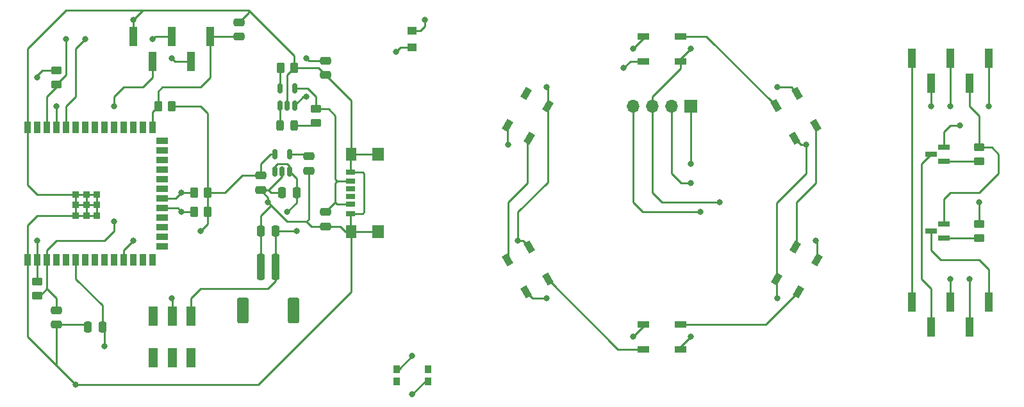
<source format=gbr>
%TF.GenerationSoftware,KiCad,Pcbnew,7.0.10*%
%TF.CreationDate,2024-02-12T11:39:43+01:00*%
%TF.ProjectId,EntangledHearts,456e7461-6e67-46c6-9564-486561727473,rev?*%
%TF.SameCoordinates,Original*%
%TF.FileFunction,Copper,L1,Top*%
%TF.FilePolarity,Positive*%
%FSLAX46Y46*%
G04 Gerber Fmt 4.6, Leading zero omitted, Abs format (unit mm)*
G04 Created by KiCad (PCBNEW 7.0.10) date 2024-02-12 11:39:43*
%MOMM*%
%LPD*%
G01*
G04 APERTURE LIST*
G04 Aperture macros list*
%AMRoundRect*
0 Rectangle with rounded corners*
0 $1 Rounding radius*
0 $2 $3 $4 $5 $6 $7 $8 $9 X,Y pos of 4 corners*
0 Add a 4 corners polygon primitive as box body*
4,1,4,$2,$3,$4,$5,$6,$7,$8,$9,$2,$3,0*
0 Add four circle primitives for the rounded corners*
1,1,$1+$1,$2,$3*
1,1,$1+$1,$4,$5*
1,1,$1+$1,$6,$7*
1,1,$1+$1,$8,$9*
0 Add four rect primitives between the rounded corners*
20,1,$1+$1,$2,$3,$4,$5,0*
20,1,$1+$1,$4,$5,$6,$7,0*
20,1,$1+$1,$6,$7,$8,$9,0*
20,1,$1+$1,$8,$9,$2,$3,0*%
%AMRotRect*
0 Rectangle, with rotation*
0 The origin of the aperture is its center*
0 $1 length*
0 $2 width*
0 $3 Rotation angle, in degrees counterclockwise*
0 Add horizontal line*
21,1,$1,$2,0,0,$3*%
G04 Aperture macros list end*
%TA.AperFunction,SMDPad,CuDef*%
%ADD10R,1.500000X0.900000*%
%TD*%
%TA.AperFunction,SMDPad,CuDef*%
%ADD11R,0.900000X1.500000*%
%TD*%
%TA.AperFunction,SMDPad,CuDef*%
%ADD12R,0.900000X0.900000*%
%TD*%
%TA.AperFunction,SMDPad,CuDef*%
%ADD13RoundRect,0.250000X-0.250000X-1.500000X0.250000X-1.500000X0.250000X1.500000X-0.250000X1.500000X0*%
%TD*%
%TA.AperFunction,SMDPad,CuDef*%
%ADD14RoundRect,0.250001X-0.499999X-1.449999X0.499999X-1.449999X0.499999X1.449999X-0.499999X1.449999X0*%
%TD*%
%TA.AperFunction,SMDPad,CuDef*%
%ADD15RoundRect,0.250000X0.475000X-0.250000X0.475000X0.250000X-0.475000X0.250000X-0.475000X-0.250000X0*%
%TD*%
%TA.AperFunction,SMDPad,CuDef*%
%ADD16R,1.550000X0.650000*%
%TD*%
%TA.AperFunction,SMDPad,CuDef*%
%ADD17RoundRect,0.150000X0.150000X-0.512500X0.150000X0.512500X-0.150000X0.512500X-0.150000X-0.512500X0*%
%TD*%
%TA.AperFunction,SMDPad,CuDef*%
%ADD18RoundRect,0.250000X-0.262500X-0.450000X0.262500X-0.450000X0.262500X0.450000X-0.262500X0.450000X0*%
%TD*%
%TA.AperFunction,SMDPad,CuDef*%
%ADD19R,0.900000X1.000000*%
%TD*%
%TA.AperFunction,SMDPad,CuDef*%
%ADD20RoundRect,0.250000X0.450000X-0.262500X0.450000X0.262500X-0.450000X0.262500X-0.450000X-0.262500X0*%
%TD*%
%TA.AperFunction,SMDPad,CuDef*%
%ADD21RoundRect,0.250000X0.250000X0.475000X-0.250000X0.475000X-0.250000X-0.475000X0.250000X-0.475000X0*%
%TD*%
%TA.AperFunction,SMDPad,CuDef*%
%ADD22RoundRect,0.250000X-0.450000X0.262500X-0.450000X-0.262500X0.450000X-0.262500X0.450000X0.262500X0*%
%TD*%
%TA.AperFunction,SMDPad,CuDef*%
%ADD23R,1.200000X0.700000*%
%TD*%
%TA.AperFunction,SMDPad,CuDef*%
%ADD24R,1.200000X0.760000*%
%TD*%
%TA.AperFunction,SMDPad,CuDef*%
%ADD25R,1.200000X0.800000*%
%TD*%
%TA.AperFunction,SMDPad,CuDef*%
%ADD26R,1.350000X1.800000*%
%TD*%
%TA.AperFunction,SMDPad,CuDef*%
%ADD27R,1.500000X1.800000*%
%TD*%
%TA.AperFunction,SMDPad,CuDef*%
%ADD28RoundRect,0.250000X-0.475000X0.250000X-0.475000X-0.250000X0.475000X-0.250000X0.475000X0.250000X0*%
%TD*%
%TA.AperFunction,SMDPad,CuDef*%
%ADD29R,1.000000X2.510000*%
%TD*%
%TA.AperFunction,SMDPad,CuDef*%
%ADD30RotRect,1.500000X0.900000X120.000000*%
%TD*%
%TA.AperFunction,ComponentPad*%
%ADD31R,1.700000X1.700000*%
%TD*%
%TA.AperFunction,ComponentPad*%
%ADD32O,1.700000X1.700000*%
%TD*%
%TA.AperFunction,SMDPad,CuDef*%
%ADD33RotRect,1.500000X0.900000X60.000000*%
%TD*%
%TA.AperFunction,SMDPad,CuDef*%
%ADD34R,1.250000X1.000000*%
%TD*%
%TA.AperFunction,SMDPad,CuDef*%
%ADD35RotRect,1.500000X0.900000X240.000000*%
%TD*%
%TA.AperFunction,SMDPad,CuDef*%
%ADD36R,1.200000X2.500000*%
%TD*%
%TA.AperFunction,SMDPad,CuDef*%
%ADD37RoundRect,0.243750X-0.243750X-0.456250X0.243750X-0.456250X0.243750X0.456250X-0.243750X0.456250X0*%
%TD*%
%TA.AperFunction,SMDPad,CuDef*%
%ADD38RotRect,1.500000X0.900000X300.000000*%
%TD*%
%TA.AperFunction,ViaPad*%
%ADD39C,0.800000*%
%TD*%
%TA.AperFunction,Conductor*%
%ADD40C,0.250000*%
%TD*%
G04 APERTURE END LIST*
D10*
%TO.P,D4,1,VDD*%
%TO.N,VCC_Top*%
X165190000Y-119000000D03*
%TO.P,D4,2,DOUT*%
%TO.N,Net-(D4-DOUT)*%
X165190000Y-122300000D03*
%TO.P,D4,3,VSS*%
%TO.N,GND_Top*%
X170090000Y-122300000D03*
%TO.P,D4,4,DIN*%
%TO.N,Net-(D3-DOUT)*%
X170090000Y-119000000D03*
%TD*%
D11*
%TO.P,ESP1,1,GND*%
%TO.N,GND*%
X83820000Y-110490000D03*
%TO.P,ESP1,2,3V3*%
%TO.N,+3.3V*%
X85090000Y-110490000D03*
%TO.P,ESP1,3,EN*%
%TO.N,EN*%
X86360000Y-110490000D03*
%TO.P,ESP1,4,GPIO4/TOUCH4/ADC1_CH3*%
%TO.N,unconnected-(ESP1-GPIO4{slash}TOUCH4{slash}ADC1_CH3-Pad4)*%
X87630000Y-110490000D03*
%TO.P,ESP1,5,GPIO5/TOUCH5/ADC1_CH4*%
%TO.N,unconnected-(ESP1-GPIO5{slash}TOUCH5{slash}ADC1_CH4-Pad5)*%
X88900000Y-110490000D03*
%TO.P,ESP1,6,GPIO6/TOUCH6/ADC1_CH5*%
%TO.N,Button*%
X90170000Y-110490000D03*
%TO.P,ESP1,7,GPIO7/TOUCH7/ADC1_CH6*%
%TO.N,unconnected-(ESP1-GPIO7{slash}TOUCH7{slash}ADC1_CH6-Pad7)*%
X91440000Y-110490000D03*
%TO.P,ESP1,8,GPIO15/U0RTS/ADC2_CH4/XTAL_32K_P*%
%TO.N,unconnected-(ESP1-GPIO15{slash}U0RTS{slash}ADC2_CH4{slash}XTAL_32K_P-Pad8)*%
X92710000Y-110490000D03*
%TO.P,ESP1,9,GPIO16/U0CTS/ADC2_CH5/XTAL_32K_N*%
%TO.N,unconnected-(ESP1-GPIO16{slash}U0CTS{slash}ADC2_CH5{slash}XTAL_32K_N-Pad9)*%
X93980000Y-110490000D03*
%TO.P,ESP1,10,GPIO17/U1TXD/ADC2_CH6*%
%TO.N,unconnected-(ESP1-GPIO17{slash}U1TXD{slash}ADC2_CH6-Pad10)*%
X95250000Y-110490000D03*
%TO.P,ESP1,11,GPIO18/U1RXD/ADC2_CH7/CLK_OUT3*%
%TO.N,NeoPixel_Bottom*%
X96520000Y-110490000D03*
%TO.P,ESP1,12,GPIO8/TOUCH8/ADC1_CH7/SUBSPICS1*%
%TO.N,unconnected-(ESP1-GPIO8{slash}TOUCH8{slash}ADC1_CH7{slash}SUBSPICS1-Pad12)*%
X97790000Y-110490000D03*
%TO.P,ESP1,13,GPIO19/U1RTS/ADC2_CH8/CLK_OUT2/USB_D-*%
%TO.N,unconnected-(ESP1-GPIO19{slash}U1RTS{slash}ADC2_CH8{slash}CLK_OUT2{slash}USB_D--Pad13)*%
X99060000Y-110490000D03*
%TO.P,ESP1,14,GPIO20/U1CTS/ADC2_CH9/CLK_OUT1/USB_D+*%
%TO.N,unconnected-(ESP1-GPIO20{slash}U1CTS{slash}ADC2_CH9{slash}CLK_OUT1{slash}USB_D+-Pad14)*%
X100330000Y-110490000D03*
D10*
%TO.P,ESP1,15,GPIO3/TOUCH3/ADC1_CH2*%
%TO.N,unconnected-(ESP1-GPIO3{slash}TOUCH3{slash}ADC1_CH2-Pad15)*%
X101580000Y-108725000D03*
%TO.P,ESP1,16,GPIO46*%
%TO.N,unconnected-(ESP1-GPIO46-Pad16)*%
X101580000Y-107455000D03*
%TO.P,ESP1,17,GPIO9/TOUCH9/ADC1_CH8/FSPIHD/SUBSPIHD*%
%TO.N,unconnected-(ESP1-GPIO9{slash}TOUCH9{slash}ADC1_CH8{slash}FSPIHD{slash}SUBSPIHD-Pad17)*%
X101580000Y-106185000D03*
%TO.P,ESP1,18,GPIO10/TOUCH10/ADC1_CH9/FSPICS0/FSPIIO4/SUBSPICS0*%
%TO.N,unconnected-(ESP1-GPIO10{slash}TOUCH10{slash}ADC1_CH9{slash}FSPICS0{slash}FSPIIO4{slash}SUBSPICS0-Pad18)*%
X101580000Y-104915000D03*
%TO.P,ESP1,19,GPIO11/TOUCH11/ADC2_CH0/FSPID/FSPIIO5/SUBSPID*%
%TO.N,SDA_Bottom*%
X101580000Y-103645000D03*
%TO.P,ESP1,20,GPIO12/TOUCH12/ADC2_CH1/FSPICLK/FSPIIO6/SUBSPICLK*%
%TO.N,SCL_Bottom*%
X101580000Y-102375000D03*
%TO.P,ESP1,21,GPIO13/TOUCH13/ADC2_CH2/FSPIQ/FSPIIO7/SUBSPIQ*%
%TO.N,unconnected-(ESP1-GPIO13{slash}TOUCH13{slash}ADC2_CH2{slash}FSPIQ{slash}FSPIIO7{slash}SUBSPIQ-Pad21)*%
X101580000Y-101105000D03*
%TO.P,ESP1,22,GPIO14/TOUCH14/ADC2_CH3/FSPIWP/FSPIDQS/SUBSPIWP*%
%TO.N,unconnected-(ESP1-GPIO14{slash}TOUCH14{slash}ADC2_CH3{slash}FSPIWP{slash}FSPIDQS{slash}SUBSPIWP-Pad22)*%
X101580000Y-99835000D03*
%TO.P,ESP1,23,GPIO21*%
%TO.N,unconnected-(ESP1-GPIO21-Pad23)*%
X101580000Y-98565000D03*
%TO.P,ESP1,24,GPIO47/SPICLK_P/SUBSPICLK_P_DIFF*%
%TO.N,unconnected-(ESP1-GPIO47{slash}SPICLK_P{slash}SUBSPICLK_P_DIFF-Pad24)*%
X101580000Y-97295000D03*
%TO.P,ESP1,25,GPIO48/SPICLK_N/SUBSPICLK_N_DIFF*%
%TO.N,unconnected-(ESP1-GPIO48{slash}SPICLK_N{slash}SUBSPICLK_N_DIFF-Pad25)*%
X101580000Y-96025000D03*
%TO.P,ESP1,26,GPIO45*%
%TO.N,unconnected-(ESP1-GPIO45-Pad26)*%
X101580000Y-94755000D03*
D11*
%TO.P,ESP1,27,GPIO0/BOOT*%
%TO.N,Boot*%
X100330000Y-92990000D03*
%TO.P,ESP1,28,SPIIO6/GPIO35/FSPID/SUBSPID*%
%TO.N,unconnected-(ESP1-SPIIO6{slash}GPIO35{slash}FSPID{slash}SUBSPID-Pad28)*%
X99060000Y-92990000D03*
%TO.P,ESP1,29,SPIIO7/GPIO36/FSPICLK/SUBSPICLK*%
%TO.N,unconnected-(ESP1-SPIIO7{slash}GPIO36{slash}FSPICLK{slash}SUBSPICLK-Pad29)*%
X97790000Y-92990000D03*
%TO.P,ESP1,30,SPIDQS/GPIO37/FSPIQ/SUBSPIQ*%
%TO.N,unconnected-(ESP1-SPIDQS{slash}GPIO37{slash}FSPIQ{slash}SUBSPIQ-Pad30)*%
X96520000Y-92990000D03*
%TO.P,ESP1,31,GPIO38/FSPIWP/SUBSPIWP*%
%TO.N,unconnected-(ESP1-GPIO38{slash}FSPIWP{slash}SUBSPIWP-Pad31)*%
X95250000Y-92990000D03*
%TO.P,ESP1,32,MTCK/GPIO39/CLK_OUT3/SUBSPICS1*%
%TO.N,unconnected-(ESP1-MTCK{slash}GPIO39{slash}CLK_OUT3{slash}SUBSPICS1-Pad32)*%
X93980000Y-92990000D03*
%TO.P,ESP1,33,MTDO/GPIO40/CLK_OUT2*%
%TO.N,unconnected-(ESP1-MTDO{slash}GPIO40{slash}CLK_OUT2-Pad33)*%
X92710000Y-92990000D03*
%TO.P,ESP1,34,MTDI/GPIO41/CLK_OUT1*%
%TO.N,unconnected-(ESP1-MTDI{slash}GPIO41{slash}CLK_OUT1-Pad34)*%
X91440000Y-92990000D03*
%TO.P,ESP1,35,MTMS/GPIO42*%
%TO.N,unconnected-(ESP1-MTMS{slash}GPIO42-Pad35)*%
X90170000Y-92990000D03*
%TO.P,ESP1,36,U0RXD/GPIO44/CLK_OUT2*%
%TO.N,TXD*%
X88900000Y-92990000D03*
%TO.P,ESP1,37,U0TXD/GPIO43/CLK_OUT1*%
%TO.N,RXD*%
X87630000Y-92990000D03*
%TO.P,ESP1,38,GPIO2/TOUCH2/ADC1_CH1*%
%TO.N,Photo*%
X86360000Y-92990000D03*
%TO.P,ESP1,39,GPIO1/TOUCH1/ADC1_CH0*%
%TO.N,unconnected-(ESP1-GPIO1{slash}TOUCH1{slash}ADC1_CH0-Pad39)*%
X85090000Y-92990000D03*
%TO.P,ESP1,40,GND*%
%TO.N,GND*%
X83820000Y-92990000D03*
D12*
%TO.P,ESP1,41,GND*%
X90140000Y-104640000D03*
X91540000Y-104640000D03*
X92940000Y-104640000D03*
X92940000Y-104640000D03*
X90140000Y-103240000D03*
X90140000Y-103240000D03*
X91540000Y-103240000D03*
X92940000Y-103240000D03*
X90140000Y-101840000D03*
X91540000Y-101840000D03*
X92940000Y-101840000D03*
%TD*%
D13*
%TO.P,BatteryConnector1,1,Pin_1*%
%TO.N,GND*%
X114570000Y-111450000D03*
%TO.P,BatteryConnector1,2,Pin_2*%
%TO.N,Net-(BM1-V_{BAT})*%
X116570000Y-111450000D03*
D14*
%TO.P,BatteryConnector1,MP*%
%TO.N,N/C*%
X112220000Y-117200000D03*
X118920000Y-117200000D03*
%TD*%
D15*
%TO.P,C_EN1,1*%
%TO.N,GND*%
X87630000Y-119060000D03*
%TO.P,C_EN1,2*%
%TO.N,EN*%
X87630000Y-117160000D03*
%TD*%
D16*
%TO.P,Q_BOOT1,1,G*%
%TO.N,Net-(Q_BOOT1-G)*%
X204900000Y-107640000D03*
%TO.P,Q_BOOT1,2,S*%
%TO.N,Net-(Q_BOOT1-S)*%
X204900000Y-105720000D03*
%TO.P,Q_BOOT1,3,D*%
%TO.N,Net-(Q_BOOT1-D)*%
X203200000Y-106680000D03*
%TD*%
D17*
%TO.P,PM1,1,VIN*%
%TO.N,+4V*%
X116485000Y-98795000D03*
%TO.P,PM1,2,GND*%
%TO.N,GND*%
X117435000Y-98795000D03*
%TO.P,PM1,3,~{SHDN}*%
%TO.N,+4V*%
X118385000Y-98795000D03*
%TO.P,PM1,4,Bypass*%
%TO.N,Net-(PM1-Bypass)*%
X118385000Y-96520000D03*
%TO.P,PM1,5,VOUT*%
%TO.N,+3.3V*%
X116485000Y-96520000D03*
%TD*%
D18*
%TO.P,PU_SCL1,1*%
%TO.N,SCL_Bottom*%
X105767500Y-101600000D03*
%TO.P,PU_SCL1,2*%
%TO.N,+3.3V*%
X107592500Y-101600000D03*
%TD*%
D19*
%TO.P,Button1,1,1*%
%TO.N,unconnected-(Button1-Pad1)*%
X132570000Y-126530000D03*
%TO.P,Button1,2,2*%
%TO.N,Net-(Button1-Pad2)*%
X136670000Y-126530000D03*
%TO.P,Button1,3,3*%
%TO.N,unconnected-(Button1-Pad3)*%
X136670000Y-124930000D03*
%TO.P,Button1,4,4*%
%TO.N,Net-(Button1-Pad4)*%
X132570000Y-124930000D03*
%TD*%
D16*
%TO.P,Q_EN1,1,G*%
%TO.N,Net-(Q_EN1-G)*%
X204900000Y-97480000D03*
%TO.P,Q_EN1,2,S*%
%TO.N,Net-(Q_EN1-S)*%
X204900000Y-95560000D03*
%TO.P,Q_EN1,3,D*%
%TO.N,Net-(Q_EN1-D)*%
X203200000Y-96520000D03*
%TD*%
D20*
%TO.P,PU_Photo1,1*%
%TO.N,Photo*%
X87630000Y-87272500D03*
%TO.P,PU_Photo1,2*%
%TO.N,+3.3V*%
X87630000Y-85447500D03*
%TD*%
D17*
%TO.P,BM1,1,STAT*%
%TO.N,Net-(BM1-STAT)*%
X117160000Y-90037500D03*
%TO.P,BM1,2,V_{SS}*%
%TO.N,GND*%
X118110000Y-90037500D03*
%TO.P,BM1,3,V_{BAT}*%
%TO.N,Net-(BM1-V_{BAT})*%
X119060000Y-90037500D03*
%TO.P,BM1,4,V_{DD}*%
%TO.N,Net-(BM1-V_{DD})*%
X119060000Y-87762500D03*
%TO.P,BM1,5,PROG*%
%TO.N,Net-(BM1-PROG)*%
X117160000Y-87762500D03*
%TD*%
D18*
%TO.P,PU_SDA1,1*%
%TO.N,SDA_Bottom*%
X105767500Y-104140000D03*
%TO.P,PU_SDA1,2*%
%TO.N,+3.3V*%
X107592500Y-104140000D03*
%TD*%
D21*
%TO.P,C_Button1,1*%
%TO.N,Button*%
X93660000Y-119380000D03*
%TO.P,C_Button1,2*%
%TO.N,GND*%
X91760000Y-119380000D03*
%TD*%
D22*
%TO.P,R_DTR1,1*%
%TO.N,Net-(Q_EN1-S)*%
X209550000Y-105767500D03*
%TO.P,R_DTR1,2*%
%TO.N,Net-(Q_BOOT1-G)*%
X209550000Y-107592500D03*
%TD*%
D21*
%TO.P,CP3,1*%
%TO.N,Net-(BM1-V_{BAT})*%
X116520000Y-106680000D03*
%TO.P,CP3,2*%
%TO.N,GND*%
X114620000Y-106680000D03*
%TD*%
D18*
%TO.P,PD_Prog1,1*%
%TO.N,Net-(BM1-PROG)*%
X117197500Y-85090000D03*
%TO.P,PD_Prog1,2*%
%TO.N,GND*%
X119022500Y-85090000D03*
%TD*%
D23*
%TO.P,USB1,A5,A5*%
%TO.N,unconnected-(USB1-PadA5)*%
X126485000Y-102100000D03*
D24*
%TO.P,USB1,A9,A9*%
%TO.N,Net-(BM1-V_{DD})*%
X126485000Y-100080000D03*
D25*
%TO.P,USB1,A12,A12*%
%TO.N,GND*%
X126485000Y-98850000D03*
D23*
%TO.P,USB1,B5,B5*%
%TO.N,unconnected-(USB1-PadB5)*%
X126485000Y-101100000D03*
D24*
%TO.P,USB1,B9,B9*%
%TO.N,Net-(BM1-V_{DD})*%
X126485000Y-103120000D03*
D25*
%TO.P,USB1,B12,B12*%
%TO.N,GND*%
X126485000Y-104350000D03*
D26*
%TO.P,USB1,MP1,MP1*%
X126560000Y-106725000D03*
%TO.P,USB1,MP2,MP2*%
X126560000Y-96475000D03*
D27*
%TO.P,USB1,MP3,MP3*%
X130140000Y-106725000D03*
%TO.P,USB1,MP4,MP4*%
X130140000Y-96475000D03*
%TD*%
D20*
%TO.P,PU_EN1,1*%
%TO.N,EN*%
X85090000Y-115212500D03*
%TO.P,PU_EN1,2*%
%TO.N,+3.3V*%
X85090000Y-113387500D03*
%TD*%
D22*
%TO.P,R_RTS1,1*%
%TO.N,Net-(Q_BOOT1-S)*%
X209550000Y-95607500D03*
%TO.P,R_RTS1,2*%
%TO.N,Net-(Q_EN1-G)*%
X209550000Y-97432500D03*
%TD*%
D28*
%TO.P,CP_CP1,1*%
%TO.N,Net-(BM1-V_{DD})*%
X123190000Y-104140000D03*
%TO.P,CP_CP1,2*%
%TO.N,GND*%
X123190000Y-106040000D03*
%TD*%
D29*
%TO.P,Seriell_Output1,1,Pin_1*%
%TO.N,Net-(Q_BOOT1-D)*%
X210820000Y-116070000D03*
%TO.P,Seriell_Output1,2,Pin_2*%
%TO.N,Net-(Seriell_Input1-Pin_3)*%
X208280000Y-119380000D03*
%TO.P,Seriell_Output1,3,Pin_3*%
%TO.N,Net-(Seriell_Input1-Pin_4)*%
X205740000Y-116070000D03*
%TO.P,Seriell_Output1,4,Pin_4*%
%TO.N,Net-(Q_EN1-D)*%
X203200000Y-119380000D03*
%TO.P,Seriell_Output1,5,Pin_5*%
%TO.N,Net-(Seriell_Input1-Pin_5)*%
X200660000Y-116070000D03*
%TD*%
D18*
%TO.P,PU_Boot1,1*%
%TO.N,Boot*%
X101045000Y-90170000D03*
%TO.P,PU_Boot1,2*%
%TO.N,+3.3V*%
X102870000Y-90170000D03*
%TD*%
D30*
%TO.P,D2,1,VDD*%
%TO.N,VCC_Top*%
X185102116Y-94360000D03*
%TO.P,D2,2,DOUT*%
%TO.N,Net-(D2-DOUT)*%
X187960000Y-92710000D03*
%TO.P,D2,3,VSS*%
%TO.N,GND_Top*%
X185510000Y-88466476D03*
%TO.P,D2,4,DIN*%
%TO.N,Net-(D1-DOUT)*%
X182652116Y-90116476D03*
%TD*%
D31*
%TO.P,Display1,1,Pin_1*%
%TO.N,SDA_Top*%
X171450000Y-90170000D03*
D32*
%TO.P,Display1,2,Pin_2*%
%TO.N,SCL_Top*%
X168910000Y-90170000D03*
%TO.P,Display1,3,Pin_3*%
%TO.N,VCC_Top*%
X166370000Y-90170000D03*
%TO.P,Display1,4,Pin_4*%
%TO.N,GND_Top*%
X163830000Y-90170000D03*
%TD*%
D21*
%TO.P,CP6,1*%
%TO.N,+4V*%
X119335000Y-101555000D03*
%TO.P,CP6,2*%
%TO.N,GND*%
X117435000Y-101555000D03*
%TD*%
D29*
%TO.P,Seriell_Flash1,1,Pin_1*%
%TO.N,Boot*%
X107950000Y-80895000D03*
%TO.P,Seriell_Flash1,2,Pin_2*%
%TO.N,RXD*%
X105410000Y-84205000D03*
%TO.P,Seriell_Flash1,3,Pin_3*%
%TO.N,TXD*%
X102870000Y-80895000D03*
%TO.P,Seriell_Flash1,4,Pin_4*%
%TO.N,EN*%
X100330000Y-84205000D03*
%TO.P,Seriell_Flash1,5,Pin_5*%
%TO.N,GND*%
X97790000Y-80895000D03*
%TD*%
D28*
%TO.P,CP4,1*%
%TO.N,Net-(PM1-Bypass)*%
X120925000Y-96795000D03*
%TO.P,CP4,2*%
%TO.N,GND*%
X120925000Y-98695000D03*
%TD*%
D33*
%TO.P,D3,1,VDD*%
%TO.N,VCC_Top*%
X182766058Y-113056762D03*
%TO.P,D3,2,DOUT*%
%TO.N,Net-(D3-DOUT)*%
X185623942Y-114706762D03*
%TO.P,D3,3,VSS*%
%TO.N,GND_Top*%
X188073942Y-110463238D03*
%TO.P,D3,4,DIN*%
%TO.N,Net-(D2-DOUT)*%
X185216058Y-108813238D03*
%TD*%
D28*
%TO.P,C_Boot1,1*%
%TO.N,GND*%
X111760000Y-79060000D03*
%TO.P,C_Boot1,2*%
%TO.N,Boot*%
X111760000Y-80960000D03*
%TD*%
D29*
%TO.P,Seriell_Input1,1,Pin_1*%
%TO.N,Net-(Q_EN1-S)*%
X210820000Y-83820000D03*
%TO.P,Seriell_Input1,2,Pin_2*%
%TO.N,Net-(Q_BOOT1-S)*%
X208280000Y-87130000D03*
%TO.P,Seriell_Input1,3,Pin_3*%
%TO.N,Net-(Seriell_Input1-Pin_3)*%
X205740000Y-83820000D03*
%TO.P,Seriell_Input1,4,Pin_4*%
%TO.N,Net-(Seriell_Input1-Pin_4)*%
X203200000Y-87130000D03*
%TO.P,Seriell_Input1,5,Pin_5*%
%TO.N,Net-(Seriell_Input1-Pin_5)*%
X200660000Y-83820000D03*
%TD*%
D22*
%TO.P,R_LED1,1*%
%TO.N,Net-(BM1-V_{DD})*%
X121920000Y-90527500D03*
%TO.P,R_LED1,2*%
%TO.N,Net-(LED1-A)*%
X121920000Y-92352500D03*
%TD*%
D34*
%TO.P,Photo1,1,E*%
%TO.N,Net-(Photo1-E)*%
X134620000Y-82380000D03*
%TO.P,Photo1,2,C*%
%TO.N,Net-(Photo1-C)*%
X134620000Y-80180000D03*
%TD*%
D35*
%TO.P,D6,1,VDD*%
%TO.N,VCC_Top*%
X152513942Y-90143238D03*
%TO.P,D6,2,DOUT*%
%TO.N,unconnected-(D6-DOUT-Pad2)*%
X149656058Y-88493238D03*
%TO.P,D6,3,VSS*%
%TO.N,GND_Top*%
X147206058Y-92736762D03*
%TO.P,D6,4,DIN*%
%TO.N,Net-(D5-DOUT)*%
X150063942Y-94386762D03*
%TD*%
D36*
%TO.P,PowerSwitch1,1,1*%
%TO.N,Net-(BM1-V_{BAT})*%
X105410000Y-117900000D03*
%TO.P,PowerSwitch1,2,2*%
%TO.N,+4V*%
X102910000Y-117900000D03*
%TO.P,PowerSwitch1,3,3*%
%TO.N,unconnected-(PowerSwitch1-Pad3)*%
X100410000Y-117900000D03*
%TO.P,PowerSwitch1,4,4*%
%TO.N,unconnected-(PowerSwitch1-Pad4)*%
X100410000Y-123400000D03*
%TO.P,PowerSwitch1,5,5*%
%TO.N,unconnected-(PowerSwitch1-Pad5)*%
X102910000Y-123400000D03*
%TO.P,PowerSwitch1,6,6*%
%TO.N,unconnected-(PowerSwitch1-Pad6)*%
X105410000Y-123400000D03*
%TD*%
D10*
%TO.P,D1,1,VDD*%
%TO.N,VCC_Top*%
X170090000Y-84200000D03*
%TO.P,D1,2,DOUT*%
%TO.N,Net-(D1-DOUT)*%
X170090000Y-80900000D03*
%TO.P,D1,3,VSS*%
%TO.N,GND_Top*%
X165190000Y-80900000D03*
%TO.P,D1,4,DIN*%
%TO.N,Net-(D1-DIN)*%
X165190000Y-84200000D03*
%TD*%
D28*
%TO.P,CP5,1*%
%TO.N,+3.3V*%
X114575000Y-99335000D03*
%TO.P,CP5,2*%
%TO.N,GND*%
X114575000Y-101235000D03*
%TD*%
D37*
%TO.P,LED1,1,K*%
%TO.N,Net-(BM1-STAT)*%
X117172500Y-92710000D03*
%TO.P,LED1,2,A*%
%TO.N,Net-(LED1-A)*%
X119047500Y-92710000D03*
%TD*%
D28*
%TO.P,CP2,1*%
%TO.N,Net-(BM1-V_{BAT})*%
X123190000Y-84140000D03*
%TO.P,CP2,2*%
%TO.N,GND*%
X123190000Y-86040000D03*
%TD*%
D38*
%TO.P,D5,1,VDD*%
%TO.N,VCC_Top*%
X150063942Y-108813238D03*
%TO.P,D5,2,DOUT*%
%TO.N,Net-(D5-DOUT)*%
X147206058Y-110463238D03*
%TO.P,D5,3,VSS*%
%TO.N,GND_Top*%
X149656058Y-114706762D03*
%TO.P,D5,4,DIN*%
%TO.N,Net-(D4-DOUT)*%
X152513942Y-113056762D03*
%TD*%
D39*
%TO.N,GND*%
X115570000Y-102870000D03*
X90170000Y-127000000D03*
X97790000Y-78740000D03*
%TO.N,+4V*%
X102870000Y-115570000D03*
X118110000Y-104140000D03*
%TO.N,+3.3V*%
X106680000Y-106680000D03*
X85090000Y-86360000D03*
X85090000Y-107950000D03*
%TO.N,Net-(D1-DIN)*%
X162560000Y-85090000D03*
%TO.N,VCC_Top*%
X148590000Y-107950000D03*
X171450000Y-82550000D03*
X182880000Y-115570000D03*
X152400000Y-87630000D03*
X175260000Y-102870000D03*
X186690000Y-95250000D03*
X163830000Y-120650000D03*
%TO.N,GND_Top*%
X172720000Y-104140000D03*
X163830000Y-82550000D03*
X152400000Y-115570000D03*
X147320000Y-95250000D03*
X182880000Y-87630000D03*
X187960000Y-107950000D03*
X171450000Y-120650000D03*
%TO.N,Net-(Seriell_Input1-Pin_4)*%
X203200000Y-90170000D03*
X205740000Y-113030000D03*
%TO.N,Net-(Seriell_Input1-Pin_3)*%
X208280000Y-113030000D03*
X205740000Y-90170000D03*
%TO.N,Net-(BM1-V_{BAT})*%
X120650000Y-88900000D03*
X119380000Y-106680000D03*
X120650000Y-83820000D03*
%TO.N,SDA_Top*%
X171450000Y-97790000D03*
%TO.N,Button*%
X93980000Y-121920000D03*
%TO.N,EN*%
X95250000Y-105410000D03*
X95250000Y-90170000D03*
%TO.N,Photo*%
X88900000Y-81280000D03*
%TO.N,Net-(Q_EN1-S)*%
X209550000Y-102870000D03*
X207010000Y-92710000D03*
X210820000Y-90170000D03*
%TO.N,RXD*%
X102870000Y-83820000D03*
X87630000Y-90170000D03*
%TO.N,TXD*%
X91440000Y-81280000D03*
X100330000Y-81280000D03*
%TO.N,Net-(Button1-Pad4)*%
X134620000Y-123190000D03*
%TO.N,Net-(Photo1-E)*%
X132480000Y-82950000D03*
%TO.N,Net-(Photo1-C)*%
X136290000Y-78740000D03*
%TO.N,Net-(Button1-Pad2)*%
X134620000Y-128270000D03*
%TO.N,SCL_Top*%
X171450000Y-100330000D03*
%TO.N,SDA_Bottom*%
X104140000Y-104140000D03*
%TO.N,SCL_Bottom*%
X104140000Y-101600000D03*
%TO.N,NeoPixel_Bottom*%
X97790000Y-107950000D03*
%TD*%
D40*
%TO.N,GND*%
X126560000Y-96475000D02*
X126560000Y-89410000D01*
X91540000Y-101840000D02*
X91540000Y-104640000D01*
X128060000Y-104350000D02*
X126485000Y-104350000D01*
X83820000Y-92990000D02*
X83820000Y-100570000D01*
X128060000Y-98850000D02*
X128270000Y-99060000D01*
X87630000Y-124460000D02*
X90170000Y-127000000D01*
X87630000Y-124460000D02*
X83820000Y-120650000D01*
X120925000Y-105135000D02*
X120650000Y-105410000D01*
X115977499Y-101555000D02*
X117435000Y-101555000D01*
X101600000Y-77470000D02*
X99060000Y-77470000D01*
X123190000Y-106040000D02*
X121280000Y-106040000D01*
X97790000Y-78740000D02*
X97790000Y-80895000D01*
X115977499Y-103277499D02*
X115570000Y-102870000D01*
X115570000Y-102870000D02*
X115570000Y-102230000D01*
X115570000Y-102230000D02*
X114575000Y-101235000D01*
X90140000Y-101840000D02*
X92940000Y-101840000D01*
X126560000Y-106725000D02*
X130140000Y-106725000D01*
X83820000Y-92990000D02*
X83820000Y-82550000D01*
X114570000Y-111450000D02*
X114570000Y-106730000D01*
X90140000Y-104640000D02*
X90140000Y-101840000D01*
X125090000Y-106040000D02*
X125775000Y-106725000D01*
X90140000Y-103240000D02*
X92940000Y-103240000D01*
X123190000Y-86040000D02*
X126560000Y-89410000D01*
X126485000Y-98850000D02*
X126485000Y-96550000D01*
X115657499Y-101235000D02*
X114575000Y-101235000D01*
X91440000Y-119060000D02*
X91760000Y-119380000D01*
X114620000Y-104634998D02*
X115977499Y-103277499D01*
X83820000Y-82550000D02*
X88900000Y-77470000D01*
X126485000Y-98850000D02*
X128060000Y-98850000D01*
X88900000Y-77470000D02*
X101600000Y-77470000D01*
X90170000Y-127000000D02*
X114300000Y-127000000D01*
X99060000Y-77470000D02*
X97790000Y-78740000D01*
X83820000Y-110490000D02*
X83820000Y-120650000D01*
X126485000Y-104350000D02*
X126485000Y-106650000D01*
X118110000Y-105410000D02*
X115977499Y-103277499D01*
X111760000Y-79060000D02*
X113030000Y-77790000D01*
X114570000Y-106730000D02*
X114620000Y-106680000D01*
X83820000Y-110490000D02*
X83820000Y-105910000D01*
X113030000Y-77790000D02*
X113030000Y-77470000D01*
X119022500Y-85090000D02*
X122240000Y-85090000D01*
X117435000Y-98795000D02*
X117435000Y-99457499D01*
X92940000Y-104640000D02*
X92940000Y-101840000D01*
X120650000Y-105410000D02*
X118110000Y-105410000D01*
X120925000Y-98695000D02*
X120925000Y-105135000D01*
X118110000Y-90037500D02*
X118110000Y-86002500D01*
X83820000Y-100570000D02*
X85090000Y-101840000D01*
X123190000Y-106040000D02*
X125090000Y-106040000D01*
X115657499Y-101235000D02*
X115977499Y-101555000D01*
X125775000Y-106725000D02*
X126560000Y-106725000D01*
X113030000Y-77470000D02*
X101600000Y-77470000D01*
X126560000Y-114740000D02*
X126560000Y-106725000D01*
X90140000Y-104640000D02*
X92940000Y-104640000D01*
X122240000Y-85090000D02*
X123190000Y-86040000D01*
X114620000Y-106680000D02*
X114620000Y-104634998D01*
X126485000Y-96550000D02*
X126560000Y-96475000D01*
X87630000Y-119060000D02*
X87630000Y-124460000D01*
X117435000Y-99457499D02*
X115657499Y-101235000D01*
X114300000Y-127000000D02*
X126560000Y-114740000D01*
X119022500Y-85090000D02*
X119022500Y-83462500D01*
X83820000Y-105910000D02*
X85090000Y-104640000D01*
X126560000Y-96475000D02*
X130140000Y-96475000D01*
X126485000Y-106650000D02*
X126560000Y-106725000D01*
X85090000Y-104640000D02*
X90140000Y-104640000D01*
X128270000Y-99060000D02*
X128270000Y-104140000D01*
X121280000Y-106040000D02*
X120650000Y-105410000D01*
X128270000Y-104140000D02*
X128060000Y-104350000D01*
X118110000Y-86002500D02*
X119022500Y-85090000D01*
X87630000Y-119060000D02*
X91440000Y-119060000D01*
X119022500Y-83462500D02*
X113030000Y-77470000D01*
X85090000Y-101840000D02*
X90140000Y-101840000D01*
%TO.N,+4V*%
X118385000Y-98795000D02*
X119335000Y-99745000D01*
X102910000Y-117900000D02*
X102910000Y-115530000D01*
X119335000Y-102915000D02*
X118110000Y-104140000D01*
X119335000Y-99745000D02*
X119335000Y-101555000D01*
X119335000Y-101555000D02*
X119335000Y-102915000D01*
X118059999Y-97807500D02*
X118385000Y-98132501D01*
X118385000Y-98132501D02*
X118385000Y-98795000D01*
X116485000Y-98132501D02*
X116810001Y-97807500D01*
X116485000Y-98795000D02*
X116485000Y-98132501D01*
X116810001Y-97807500D02*
X118059999Y-97807500D01*
%TO.N,+3.3V*%
X115845000Y-96520000D02*
X116485000Y-96520000D01*
X107592500Y-101600000D02*
X107592500Y-104140000D01*
X107592500Y-101600000D02*
X109855000Y-101600000D01*
X85763896Y-85447500D02*
X87630000Y-85447500D01*
X107592500Y-105767500D02*
X106680000Y-106680000D01*
X85090000Y-110490000D02*
X85090000Y-113387500D01*
X107592500Y-91082500D02*
X107592500Y-101600000D01*
X102870000Y-90170000D02*
X106680000Y-90170000D01*
X85090000Y-86121396D02*
X85763896Y-85447500D01*
X85090000Y-86360000D02*
X85090000Y-86121396D01*
X114575000Y-97790000D02*
X115845000Y-96520000D01*
X106680000Y-90170000D02*
X107592500Y-91082500D01*
X112120000Y-99335000D02*
X114575000Y-99335000D01*
X107592500Y-104140000D02*
X107592500Y-105767500D01*
X109855000Y-101600000D02*
X112120000Y-99335000D01*
X85090000Y-110490000D02*
X85090000Y-107950000D01*
X114575000Y-99335000D02*
X114575000Y-97790000D01*
%TO.N,Net-(D1-DOUT)*%
X170090000Y-80900000D02*
X173435640Y-80900000D01*
X173435640Y-80900000D02*
X182652116Y-90116476D01*
%TO.N,Net-(D1-DIN)*%
X162560000Y-85090000D02*
X163450000Y-84200000D01*
X163450000Y-84200000D02*
X165190000Y-84200000D01*
%TO.N,Net-(D2-DOUT)*%
X185420000Y-102870000D02*
X185420000Y-108609296D01*
X187960000Y-100330000D02*
X185420000Y-102870000D01*
X185420000Y-108609296D02*
X185216058Y-108813238D01*
X187960000Y-92710000D02*
X187960000Y-100330000D01*
%TO.N,Net-(D3-DOUT)*%
X181330704Y-119000000D02*
X185623942Y-114706762D01*
X170090000Y-119000000D02*
X181330704Y-119000000D01*
%TO.N,Net-(D4-DOUT)*%
X165190000Y-122300000D02*
X161757180Y-122300000D01*
X161757180Y-122300000D02*
X152513942Y-113056762D01*
%TO.N,Net-(D5-DOUT)*%
X147320000Y-110349296D02*
X147320000Y-102870000D01*
X147206058Y-110463238D02*
X147320000Y-110349296D01*
X149860000Y-94590704D02*
X149860000Y-100330000D01*
X150063942Y-94386762D02*
X149860000Y-94590704D01*
X149860000Y-100330000D02*
X147320000Y-102870000D01*
%TO.N,VCC_Top*%
X185992116Y-95250000D02*
X186690000Y-95250000D01*
X186690000Y-99060000D02*
X186690000Y-95250000D01*
X182766058Y-113056762D02*
X182766058Y-115456058D01*
X170090000Y-83910000D02*
X171450000Y-82550000D01*
X152513942Y-90143238D02*
X152513942Y-100216058D01*
X185102116Y-94360000D02*
X185992116Y-95250000D01*
X152513942Y-100216058D02*
X148590000Y-104140000D01*
X165190000Y-119290000D02*
X163830000Y-120650000D01*
X182766058Y-115456058D02*
X182880000Y-115570000D01*
X170090000Y-84200000D02*
X170090000Y-83910000D01*
X170090000Y-85180000D02*
X166370000Y-88900000D01*
X149200704Y-107950000D02*
X148590000Y-107950000D01*
X150063942Y-108813238D02*
X149200704Y-107950000D01*
X182766058Y-113056762D02*
X182766058Y-102983942D01*
X166370000Y-88900000D02*
X166370000Y-90170000D01*
X175260000Y-102870000D02*
X167640000Y-102870000D01*
X152513942Y-90143238D02*
X152513942Y-87743942D01*
X170090000Y-84200000D02*
X170090000Y-85180000D01*
X166370000Y-101600000D02*
X166370000Y-90170000D01*
X148590000Y-104140000D02*
X148590000Y-107950000D01*
X182766058Y-102983942D02*
X186690000Y-99060000D01*
X165190000Y-119000000D02*
X165190000Y-119290000D01*
X167640000Y-102870000D02*
X166370000Y-101600000D01*
X152513942Y-87743942D02*
X152400000Y-87630000D01*
%TO.N,GND_Top*%
X165190000Y-81190000D02*
X163830000Y-82550000D01*
X147206058Y-95136058D02*
X147320000Y-95250000D01*
X187960000Y-107950000D02*
X188073942Y-108063942D01*
X165190000Y-80900000D02*
X165190000Y-81190000D01*
X188073942Y-110463238D02*
X188073942Y-108063942D01*
X184673524Y-87630000D02*
X182880000Y-87630000D01*
X172720000Y-104140000D02*
X165100000Y-104140000D01*
X149656058Y-114706762D02*
X150519296Y-115570000D01*
X150519296Y-115570000D02*
X152400000Y-115570000D01*
X165100000Y-104140000D02*
X163830000Y-102870000D01*
X185510000Y-88466476D02*
X184673524Y-87630000D01*
X170090000Y-122300000D02*
X170090000Y-122010000D01*
X163830000Y-102870000D02*
X163830000Y-90170000D01*
X170090000Y-122010000D02*
X171450000Y-120650000D01*
X147206058Y-92736762D02*
X147206058Y-95136058D01*
%TO.N,Net-(Seriell_Input1-Pin_4)*%
X203200000Y-87130000D02*
X203200000Y-90170000D01*
X205740000Y-116070000D02*
X205740000Y-113030000D01*
%TO.N,Net-(Seriell_Input1-Pin_3)*%
X208280000Y-119380000D02*
X208280000Y-113030000D01*
X205740000Y-83820000D02*
X205740000Y-90170000D01*
%TO.N,Net-(Seriell_Input1-Pin_5)*%
X200660000Y-83820000D02*
X200660000Y-116070000D01*
%TO.N,Net-(BM1-V_{BAT})*%
X120197500Y-88900000D02*
X120650000Y-88900000D01*
X105410000Y-115570000D02*
X105410000Y-117900000D01*
X119060000Y-90037500D02*
X120197500Y-88900000D01*
X120650000Y-83820000D02*
X120970000Y-84140000D01*
X106680000Y-114300000D02*
X105410000Y-115570000D01*
X119380000Y-106680000D02*
X116520000Y-106680000D01*
X115570000Y-114300000D02*
X106680000Y-114300000D01*
X116570000Y-111450000D02*
X116570000Y-106730000D01*
X116570000Y-106730000D02*
X116520000Y-106680000D01*
X120970000Y-84140000D02*
X123190000Y-84140000D01*
X116570000Y-113300000D02*
X115570000Y-114300000D01*
X116570000Y-111450000D02*
X116570000Y-113300000D01*
%TO.N,Net-(BM1-STAT)*%
X117160000Y-90037500D02*
X117160000Y-92697500D01*
X117160000Y-92697500D02*
X117172500Y-92710000D01*
%TO.N,Net-(LED1-A)*%
X119047500Y-92710000D02*
X121562500Y-92710000D01*
X121562500Y-92710000D02*
X121920000Y-92352500D01*
%TO.N,Net-(BM1-V_{DD})*%
X124460000Y-99830000D02*
X124710000Y-100080000D01*
X120782500Y-87762500D02*
X121920000Y-88900000D01*
X121920000Y-88900000D02*
X121920000Y-90527500D01*
X124710000Y-103120000D02*
X124460000Y-102870000D01*
X126485000Y-103120000D02*
X124710000Y-103120000D01*
X124460000Y-102870000D02*
X123190000Y-104140000D01*
X124710000Y-100080000D02*
X126485000Y-100080000D01*
X124460000Y-102870000D02*
X124460000Y-100330000D01*
X121920000Y-90527500D02*
X123547500Y-90527500D01*
X124460000Y-91440000D02*
X124460000Y-99830000D01*
X123547500Y-90527500D02*
X124460000Y-91440000D01*
X119060000Y-87762500D02*
X120782500Y-87762500D01*
X124460000Y-100330000D02*
X124710000Y-100080000D01*
%TO.N,SDA_Top*%
X171450000Y-90170000D02*
X171450000Y-97790000D01*
%TO.N,Button*%
X93980000Y-119700000D02*
X93660000Y-119380000D01*
X90170000Y-113030000D02*
X93660000Y-116520000D01*
X90170000Y-110490000D02*
X90170000Y-113030000D01*
X93980000Y-121920000D02*
X93980000Y-119700000D01*
X93660000Y-116520000D02*
X93660000Y-119380000D01*
%TO.N,Boot*%
X107950000Y-86360000D02*
X107950000Y-80895000D01*
X101045000Y-90170000D02*
X101045000Y-88185000D01*
X101045000Y-88185000D02*
X101600000Y-87630000D01*
X100330000Y-92990000D02*
X100330000Y-90885000D01*
X106680000Y-87630000D02*
X107950000Y-86360000D01*
X101600000Y-87630000D02*
X106680000Y-87630000D01*
X100330000Y-90885000D02*
X101045000Y-90170000D01*
X111695000Y-80895000D02*
X111760000Y-80960000D01*
X107950000Y-80895000D02*
X111695000Y-80895000D01*
%TO.N,EN*%
X95250000Y-106680000D02*
X95250000Y-105410000D01*
X86360000Y-114300000D02*
X87630000Y-115570000D01*
X99060000Y-87630000D02*
X96520000Y-87630000D01*
X86360000Y-109220000D02*
X87630000Y-107950000D01*
X85447500Y-115212500D02*
X86360000Y-114300000D01*
X95250000Y-88900000D02*
X95250000Y-90170000D01*
X87630000Y-107950000D02*
X93980000Y-107950000D01*
X100330000Y-84205000D02*
X100330000Y-86360000D01*
X86360000Y-110490000D02*
X86360000Y-109220000D01*
X86360000Y-110490000D02*
X86360000Y-114300000D01*
X85090000Y-115212500D02*
X85447500Y-115212500D01*
X87630000Y-115570000D02*
X87630000Y-117160000D01*
X96520000Y-87630000D02*
X95250000Y-88900000D01*
X93980000Y-107950000D02*
X95250000Y-106680000D01*
X100330000Y-86360000D02*
X99060000Y-87630000D01*
%TO.N,Photo*%
X86360000Y-92990000D02*
X86360000Y-88900000D01*
X86360000Y-88900000D02*
X87630000Y-87630000D01*
X88900000Y-86002500D02*
X88900000Y-81280000D01*
X87630000Y-87630000D02*
X87630000Y-87272500D01*
X87630000Y-87272500D02*
X88900000Y-86002500D01*
%TO.N,Net-(Q_BOOT1-G)*%
X204900000Y-107640000D02*
X209502500Y-107640000D01*
X209502500Y-107640000D02*
X209550000Y-107592500D01*
%TO.N,Net-(Q_BOOT1-S)*%
X212090000Y-99060000D02*
X209550000Y-101600000D01*
X205740000Y-101600000D02*
X204900000Y-102440000D01*
X204900000Y-102440000D02*
X204900000Y-105720000D01*
X209550000Y-95607500D02*
X211177500Y-95607500D01*
X208280000Y-87130000D02*
X208280000Y-90170000D01*
X209550000Y-91440000D02*
X209550000Y-95607500D01*
X211177500Y-95607500D02*
X212090000Y-96520000D01*
X209550000Y-101600000D02*
X205740000Y-101600000D01*
X208280000Y-90170000D02*
X209550000Y-91440000D01*
X212090000Y-96520000D02*
X212090000Y-99060000D01*
%TO.N,Net-(Q_BOOT1-D)*%
X210820000Y-111760000D02*
X210820000Y-116070000D01*
X209550000Y-110490000D02*
X210820000Y-111760000D01*
X204470000Y-110490000D02*
X209550000Y-110490000D01*
X203200000Y-109220000D02*
X204470000Y-110490000D01*
X203200000Y-106680000D02*
X203200000Y-109220000D01*
%TO.N,Net-(Q_EN1-G)*%
X209502500Y-97480000D02*
X209550000Y-97432500D01*
X204900000Y-97480000D02*
X209502500Y-97480000D01*
%TO.N,Net-(Q_EN1-S)*%
X209550000Y-105767500D02*
X209550000Y-102870000D01*
X210820000Y-83820000D02*
X210820000Y-90170000D01*
X205740000Y-92710000D02*
X207010000Y-92710000D01*
X204900000Y-95560000D02*
X204900000Y-93550000D01*
X204900000Y-93550000D02*
X205740000Y-92710000D01*
%TO.N,Net-(Q_EN1-D)*%
X203200000Y-96520000D02*
X201930000Y-97790000D01*
X201930000Y-97790000D02*
X201930000Y-113030000D01*
X203200000Y-114300000D02*
X203200000Y-119380000D01*
X201930000Y-113030000D02*
X203200000Y-114300000D01*
%TO.N,RXD*%
X105410000Y-84205000D02*
X103255000Y-84205000D01*
X87630000Y-90170000D02*
X87630000Y-92990000D01*
X103255000Y-84205000D02*
X102870000Y-83820000D01*
%TO.N,TXD*%
X88900000Y-90170000D02*
X90170000Y-88900000D01*
X102870000Y-80895000D02*
X100715000Y-80895000D01*
X90170000Y-82550000D02*
X91440000Y-81280000D01*
X88900000Y-92990000D02*
X88900000Y-90170000D01*
X100715000Y-80895000D02*
X100330000Y-81280000D01*
X90170000Y-88900000D02*
X90170000Y-82550000D01*
%TO.N,Net-(Button1-Pad4)*%
X132880000Y-124930000D02*
X134620000Y-123190000D01*
X132570000Y-124930000D02*
X132880000Y-124930000D01*
%TO.N,Net-(Photo1-E)*%
X133050000Y-82380000D02*
X132480000Y-82950000D01*
X134620000Y-82380000D02*
X133050000Y-82380000D01*
%TO.N,Net-(Photo1-C)*%
X134620000Y-80180000D02*
X135720000Y-80180000D01*
X136290000Y-79610000D02*
X136290000Y-78740000D01*
X135720000Y-80180000D02*
X136290000Y-79610000D01*
%TO.N,Net-(Button1-Pad2)*%
X136670000Y-126530000D02*
X136360000Y-126530000D01*
X136360000Y-126530000D02*
X134620000Y-128270000D01*
%TO.N,SCL_Top*%
X170180000Y-100330000D02*
X171450000Y-100330000D01*
X168910000Y-90170000D02*
X168910000Y-99060000D01*
X168910000Y-99060000D02*
X170180000Y-100330000D01*
%TO.N,SDA_Bottom*%
X104140000Y-104140000D02*
X105767500Y-104140000D01*
X101580000Y-103645000D02*
X103645000Y-103645000D01*
X103645000Y-103645000D02*
X104140000Y-104140000D01*
%TO.N,SCL_Bottom*%
X104140000Y-101600000D02*
X105767500Y-101600000D01*
X101580000Y-102375000D02*
X103365000Y-102375000D01*
X103365000Y-102375000D02*
X104140000Y-101600000D01*
%TO.N,NeoPixel_Bottom*%
X96520000Y-110490000D02*
X96520000Y-109220000D01*
X96520000Y-109220000D02*
X97790000Y-107950000D01*
%TO.N,Net-(BM1-PROG)*%
X117160000Y-85127500D02*
X117197500Y-85090000D01*
X117160000Y-87762500D02*
X117160000Y-85127500D01*
%TO.N,Net-(PM1-Bypass)*%
X120650000Y-96520000D02*
X120925000Y-96795000D01*
X118385000Y-96520000D02*
X120650000Y-96520000D01*
%TD*%
M02*

</source>
